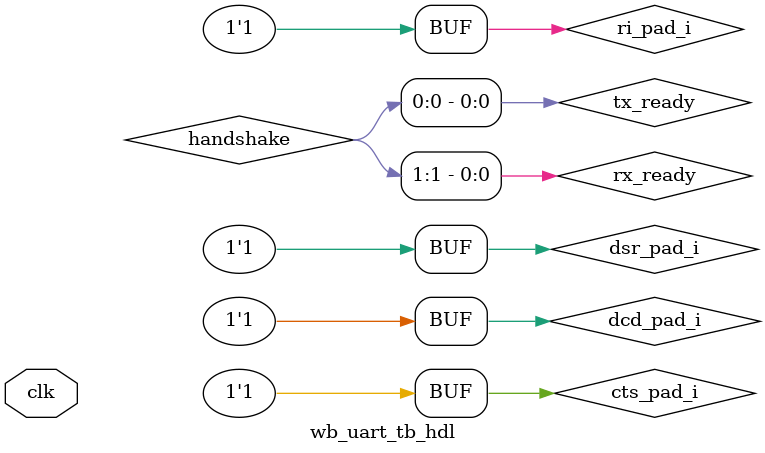
<source format=sv>
/****************************************************************************
 * wb_uart_tb_hdl.sv
 ****************************************************************************/

/**
 * Module: wb_uart_tb_hdl
 * 
 * TODO: Add module documentation
 */
module wb_uart_tb_hdl(input clk);
`ifdef HAVE_HDL_CLKGEN
		reg clk_r = 0;
		initial begin
			forever begin
				#10ns;
				clk_r <= ~clk_r;
			end
		end
		assign clk = clk_r;
`endif
	
	parameter int WB_ADDR_WIDTH = 32;
	parameter int WB_DATA_WIDTH = 32;
	
	reg rst = 1;
	reg[7:0] rst_cnt = 0;

	always @(posedge clk) begin
		if (rst_cnt == 100) begin
			rst <= 0;
		end else begin
			rst_cnt <= rst_cnt + 1;
		end
	end
	
	wb_if #(
		.WB_ADDR_WIDTH  (WB_ADDR_WIDTH ), 
		.WB_DATA_WIDTH  (WB_DATA_WIDTH )
		) u_bfm2uart ();
	
	
	wb_master_bfm #(
		.WB_ADDR_WIDTH  (WB_ADDR_WIDTH ), 
		.WB_DATA_WIDTH  (WB_DATA_WIDTH )
		) u_wb_bfm (
		.clk            (clk              ), 
		.rstn           (~rst             ), 
		.master         (u_bfm2uart.master));

	wire [1:0]		handshake;
	event_bfm #(
		.WIDTH  (2 )
		) u_handshake_bfm (
		.clk    (clk          ), 
		.rst    (rst          ), 
		.ev     (handshake    ));
	
	wire[0:0]			int_o;
	event_bfm #(
		.WIDTH  (1 )
		) u_irq_bfm (
		.clk    (clk   ), 
		.rst    (rst   ), 
		.ev     (int_o ));
	

	wire stx_pad_o, srx_pad_i;
	wire rts_pad_o, cts_pad_i, dtr_pad_o, dsr_pad_i;
	wire ri_pad_i, dcd_pad_i, tx_ready, rx_ready;
	
	wb_uart #(
			.DATA_BUS_WIDTH_8(0),
			.WORD_SIZE_REGS(1)
		) u_uart (
		.clk        (clk             ), 
		.rstn       (~rst            ), 
		.s          (u_bfm2uart.slave), 
		.int_o      (int_o[0]  ), 
		.stx_pad_o  (stx_pad_o ), 
		.srx_pad_i  (srx_pad_i ), 
		.rts_pad_o  (rts_pad_o ), 
		.cts_pad_i  (cts_pad_i ), 
		.dtr_pad_o  (dtr_pad_o ), 
		.dsr_pad_i  (dsr_pad_i ), 
		.ri_pad_i   (ri_pad_i  ), 
		.dcd_pad_i  (dcd_pad_i ),
		.tx_ready	(tx_ready),
		.rx_ready	(rx_ready) );
	
	assign cts_pad_i = 1;
	assign dsr_pad_i = 1;
	assign ri_pad_i = 1;
	assign dcd_pad_i = 1;
	
	assign handshake[0] = tx_ready;
	assign handshake[1] = rx_ready;
	
	uart_serial_bfm u_uart_bfm (
		.clk_i      (clk     ), 
		.rst_i      (rst     ), 
		.stx_pad_o  (srx_pad_i ), 
		.srx_pad_i  (stx_pad_o ), 
//		.rts_pad_o  ( ), 
		.cts_pad_i  (1 ), 
//		.dtr_pad_o  (dtr_pad_o ), 
		.dsr_pad_i  (1 ), 
		.ri_pad_i   (1  ), 
		.dcd_pad_i  (1 ));

endmodule


</source>
